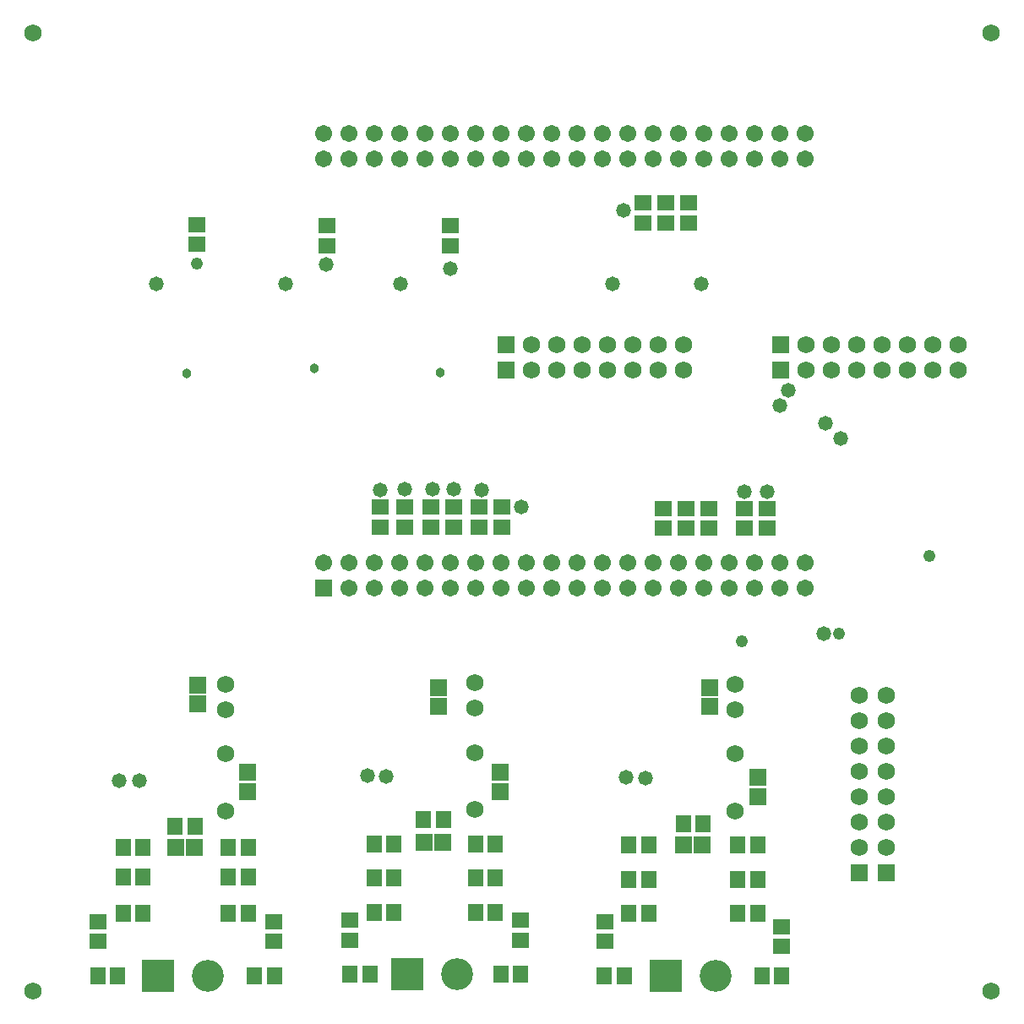
<source format=gts>
G04 Layer_Color=8388736*
%FSLAX25Y25*%
%MOIN*%
G70*
G01*
G75*
%ADD34R,0.07099X0.06706*%
%ADD35R,0.06312X0.06706*%
%ADD36R,0.06706X0.06312*%
%ADD37R,0.06706X0.07099*%
%ADD38C,0.06800*%
%ADD39R,0.12611X0.12611*%
%ADD40C,0.12611*%
%ADD41C,0.06706*%
%ADD42R,0.06706X0.06706*%
%ADD43R,0.06800X0.06800*%
%ADD44R,0.06800X0.06800*%
%ADD45C,0.05800*%
%ADD46C,0.04800*%
%ADD47C,0.03800*%
D34*
X65000Y113260D02*
D03*
Y120740D02*
D03*
X267000Y112260D02*
D03*
Y119740D02*
D03*
X286000Y84240D02*
D03*
Y76760D02*
D03*
X84500Y86240D02*
D03*
Y78760D02*
D03*
X160000Y112260D02*
D03*
Y119740D02*
D03*
X184437Y86240D02*
D03*
Y78760D02*
D03*
D35*
X235063Y57500D02*
D03*
X242937D02*
D03*
X242937Y44000D02*
D03*
X235063D02*
D03*
X235063Y30500D02*
D03*
X242937D02*
D03*
X233177Y6000D02*
D03*
X225303D02*
D03*
X285937Y57500D02*
D03*
X278063D02*
D03*
X278063Y44000D02*
D03*
X285937D02*
D03*
X285937Y30500D02*
D03*
X278063D02*
D03*
X287563Y6000D02*
D03*
X295437D02*
D03*
X264437Y66000D02*
D03*
X256563D02*
D03*
X63937Y65000D02*
D03*
X56063D02*
D03*
X87309Y6000D02*
D03*
X95183D02*
D03*
X84937Y30500D02*
D03*
X77063D02*
D03*
X77063Y44893D02*
D03*
X84937D02*
D03*
X84937Y56607D02*
D03*
X77063D02*
D03*
X33423Y6000D02*
D03*
X25549D02*
D03*
X35563Y30500D02*
D03*
X43437D02*
D03*
X43437Y44893D02*
D03*
X35563D02*
D03*
X35563Y56607D02*
D03*
X43437D02*
D03*
X132874Y6500D02*
D03*
X125000D02*
D03*
X134500Y31000D02*
D03*
X142374D02*
D03*
X142374Y44500D02*
D03*
X134500D02*
D03*
X134563Y58000D02*
D03*
X142437D02*
D03*
X184500Y6500D02*
D03*
X192374D02*
D03*
X182374Y58000D02*
D03*
X174500D02*
D03*
X174500Y44500D02*
D03*
X182374D02*
D03*
X182374Y31000D02*
D03*
X174500D02*
D03*
X161874Y67500D02*
D03*
X154000D02*
D03*
D36*
X225500Y19563D02*
D03*
Y27437D02*
D03*
X295437Y17563D02*
D03*
Y25437D02*
D03*
X94986Y19563D02*
D03*
Y27437D02*
D03*
X25746Y19563D02*
D03*
Y27437D02*
D03*
X124937Y20063D02*
D03*
Y27937D02*
D03*
X192177Y20063D02*
D03*
Y27937D02*
D03*
X289500Y190437D02*
D03*
Y182563D02*
D03*
X280500Y190437D02*
D03*
Y182563D02*
D03*
X146500Y183063D02*
D03*
Y190937D02*
D03*
X137000Y190937D02*
D03*
Y183063D02*
D03*
X166000Y183063D02*
D03*
Y190937D02*
D03*
X157000Y190937D02*
D03*
Y183063D02*
D03*
X185000Y183063D02*
D03*
Y190937D02*
D03*
X176000Y190937D02*
D03*
Y183063D02*
D03*
X257500Y182563D02*
D03*
Y190437D02*
D03*
X266500Y190374D02*
D03*
Y182500D02*
D03*
X248500Y190437D02*
D03*
Y182563D02*
D03*
X258500Y310937D02*
D03*
Y303063D02*
D03*
X249500Y310937D02*
D03*
Y303063D02*
D03*
X240500Y310937D02*
D03*
Y303063D02*
D03*
X64500Y294563D02*
D03*
Y302437D02*
D03*
X164500Y301937D02*
D03*
Y294063D02*
D03*
X116000Y294063D02*
D03*
Y301937D02*
D03*
D37*
X264099Y57554D02*
D03*
X256619D02*
D03*
X63740Y56500D02*
D03*
X56260D02*
D03*
X161677Y58500D02*
D03*
X154197D02*
D03*
D38*
X0Y-0D02*
D03*
Y377953D02*
D03*
X377953Y-0D02*
D03*
Y377953D02*
D03*
X277000Y121059D02*
D03*
Y111059D02*
D03*
Y93500D02*
D03*
Y71059D02*
D03*
X76000Y121059D02*
D03*
Y111059D02*
D03*
Y93500D02*
D03*
Y71059D02*
D03*
X174437Y121559D02*
D03*
Y111559D02*
D03*
Y94000D02*
D03*
Y71559D02*
D03*
X206500Y245000D02*
D03*
X196500D02*
D03*
X256500D02*
D03*
X246500D02*
D03*
X236500D02*
D03*
X226500D02*
D03*
X216500D02*
D03*
X206500Y255000D02*
D03*
X196500D02*
D03*
X256500D02*
D03*
X246500D02*
D03*
X236500D02*
D03*
X226500D02*
D03*
X216500D02*
D03*
X315000Y245000D02*
D03*
X305000D02*
D03*
X365000D02*
D03*
X355000D02*
D03*
X345000D02*
D03*
X335000D02*
D03*
X325000D02*
D03*
X315000Y255000D02*
D03*
X305000D02*
D03*
X365000D02*
D03*
X355000D02*
D03*
X345000D02*
D03*
X335000D02*
D03*
X325000D02*
D03*
X336500Y76500D02*
D03*
Y86500D02*
D03*
Y96500D02*
D03*
Y106500D02*
D03*
Y116500D02*
D03*
Y56500D02*
D03*
Y66500D02*
D03*
X326000Y76500D02*
D03*
Y86500D02*
D03*
Y96500D02*
D03*
Y106500D02*
D03*
Y116500D02*
D03*
Y56500D02*
D03*
Y66500D02*
D03*
D39*
X49158Y6000D02*
D03*
X147594Y6500D02*
D03*
X249658Y6000D02*
D03*
D40*
X68843D02*
D03*
X167280Y6500D02*
D03*
X269342Y6000D02*
D03*
D41*
X124500Y328291D02*
D03*
X134500D02*
D03*
X144500D02*
D03*
X154500D02*
D03*
X164500D02*
D03*
X174500D02*
D03*
X184500D02*
D03*
X194500D02*
D03*
X204500D02*
D03*
X214500D02*
D03*
X224500D02*
D03*
X234500D02*
D03*
X244500D02*
D03*
X254500D02*
D03*
X264500D02*
D03*
X274500D02*
D03*
X284500D02*
D03*
X294500D02*
D03*
X304500D02*
D03*
X114500Y338291D02*
D03*
X124500D02*
D03*
X134500D02*
D03*
X144500D02*
D03*
X154500D02*
D03*
X164500D02*
D03*
X174500D02*
D03*
X184500D02*
D03*
X194500D02*
D03*
X204500D02*
D03*
X214500D02*
D03*
X224500D02*
D03*
X234500D02*
D03*
X244500D02*
D03*
X254500D02*
D03*
X264500D02*
D03*
X274500D02*
D03*
X284500D02*
D03*
X294500D02*
D03*
X304500D02*
D03*
X114500Y328291D02*
D03*
X304500Y169000D02*
D03*
X294500D02*
D03*
X284500D02*
D03*
X274500D02*
D03*
X264500D02*
D03*
X254500D02*
D03*
X244500D02*
D03*
X234500D02*
D03*
X224500D02*
D03*
X214500D02*
D03*
X204500D02*
D03*
X194500D02*
D03*
X184500D02*
D03*
X174500D02*
D03*
X164500D02*
D03*
X154500D02*
D03*
X144500D02*
D03*
X134500D02*
D03*
X124500D02*
D03*
X114500D02*
D03*
X304500Y159000D02*
D03*
X294500D02*
D03*
X284500D02*
D03*
X274500D02*
D03*
X264500D02*
D03*
X254500D02*
D03*
X244500D02*
D03*
X234500D02*
D03*
X224500D02*
D03*
X214500D02*
D03*
X204500D02*
D03*
X194500D02*
D03*
X184500D02*
D03*
X174500D02*
D03*
X164500D02*
D03*
X154500D02*
D03*
X144500D02*
D03*
X134500D02*
D03*
X124500D02*
D03*
D42*
X114500D02*
D03*
D43*
X186500Y245000D02*
D03*
Y255000D02*
D03*
X295000Y245000D02*
D03*
Y255000D02*
D03*
D44*
X336500Y46500D02*
D03*
X326000D02*
D03*
D45*
X298000Y237000D02*
D03*
X294500Y231000D02*
D03*
X312500Y224000D02*
D03*
X318500Y218000D02*
D03*
X312000Y141000D02*
D03*
X234107Y84393D02*
D03*
X241500Y84000D02*
D03*
X139437Y84500D02*
D03*
X132044Y84893D02*
D03*
X42000Y83000D02*
D03*
X34000D02*
D03*
X177000Y197500D02*
D03*
X157500Y198000D02*
D03*
X137000Y197500D02*
D03*
X146500Y198000D02*
D03*
X166000D02*
D03*
X192500Y191000D02*
D03*
X280500Y197000D02*
D03*
X289500D02*
D03*
X115500Y286500D02*
D03*
X164500Y285000D02*
D03*
X233000Y308000D02*
D03*
X99500Y279000D02*
D03*
X145000D02*
D03*
X48500D02*
D03*
X228500D02*
D03*
X263500D02*
D03*
D46*
X353500Y171500D02*
D03*
X318000Y141000D02*
D03*
X279500Y138000D02*
D03*
X64500Y287000D02*
D03*
D47*
X60500Y243500D02*
D03*
X111000Y245500D02*
D03*
X160500Y244000D02*
D03*
M02*

</source>
